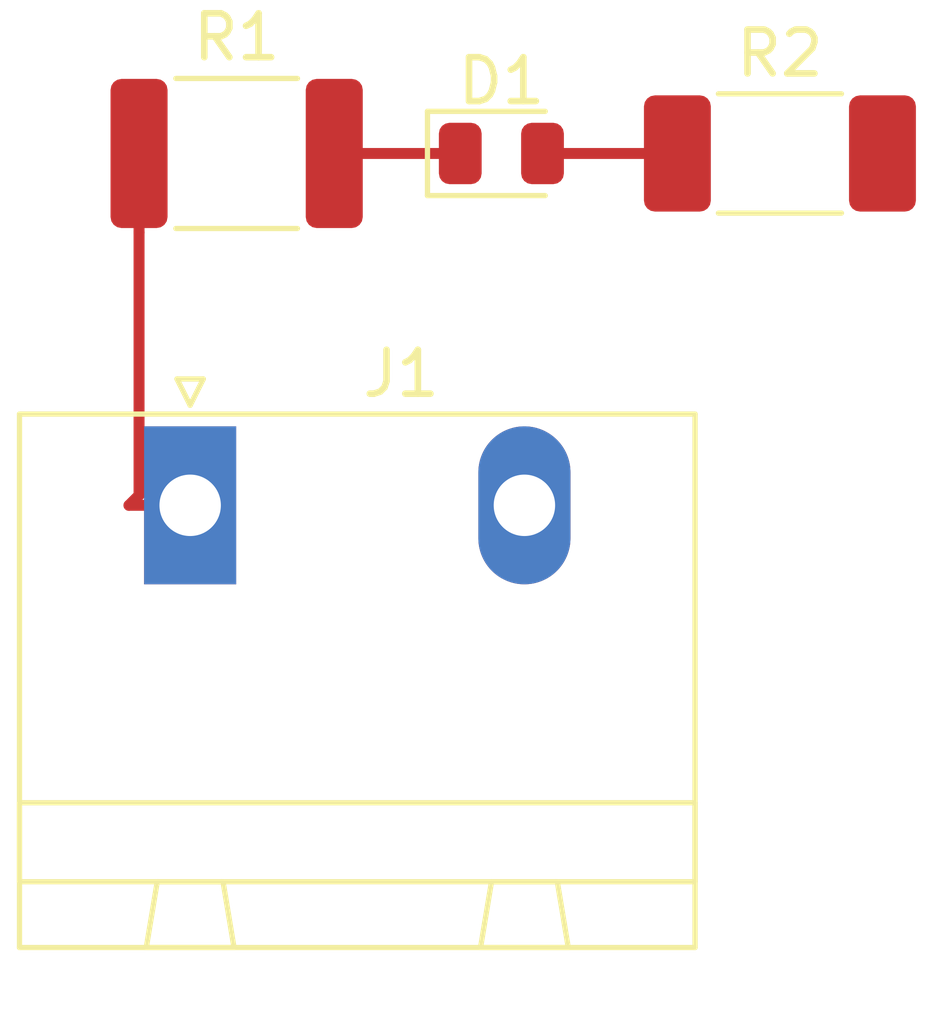
<source format=kicad_pcb>
(kicad_pcb (version 20171130) (host pcbnew "(5.0.0)")

  (general
    (thickness 1.6)
    (drawings 0)
    (tracks 6)
    (zones 0)
    (modules 4)
    (nets 5)
  )

  (page A4)
  (layers
    (0 F.Cu signal)
    (31 B.Cu signal)
    (32 B.Adhes user)
    (33 F.Adhes user)
    (34 B.Paste user)
    (35 F.Paste user)
    (36 B.SilkS user)
    (37 F.SilkS user)
    (38 B.Mask user)
    (39 F.Mask user)
    (40 Dwgs.User user)
    (41 Cmts.User user)
    (42 Eco1.User user)
    (43 Eco2.User user)
    (44 Edge.Cuts user)
    (45 Margin user)
    (46 B.CrtYd user)
    (47 F.CrtYd user)
    (48 B.Fab user)
    (49 F.Fab user)
  )

  (setup
    (last_trace_width 0.25)
    (trace_clearance 0.2)
    (zone_clearance 0.508)
    (zone_45_only no)
    (trace_min 0.2)
    (segment_width 0.2)
    (edge_width 0.15)
    (via_size 0.8)
    (via_drill 0.4)
    (via_min_size 0.4)
    (via_min_drill 0.3)
    (uvia_size 0.3)
    (uvia_drill 0.1)
    (uvias_allowed no)
    (uvia_min_size 0.2)
    (uvia_min_drill 0.1)
    (pcb_text_width 0.3)
    (pcb_text_size 1.5 1.5)
    (mod_edge_width 0.15)
    (mod_text_size 1 1)
    (mod_text_width 0.15)
    (pad_size 1.524 1.524)
    (pad_drill 0.762)
    (pad_to_mask_clearance 0.2)
    (aux_axis_origin 0 0)
    (visible_elements 7FFFFFFF)
    (pcbplotparams
      (layerselection 0x010fc_ffffffff)
      (usegerberextensions false)
      (usegerberattributes false)
      (usegerberadvancedattributes false)
      (creategerberjobfile false)
      (excludeedgelayer true)
      (linewidth 0.100000)
      (plotframeref false)
      (viasonmask false)
      (mode 1)
      (useauxorigin false)
      (hpglpennumber 1)
      (hpglpenspeed 20)
      (hpglpendiameter 15.000000)
      (psnegative false)
      (psa4output false)
      (plotreference true)
      (plotvalue true)
      (plotinvisibletext false)
      (padsonsilk false)
      (subtractmaskfromsilk false)
      (outputformat 1)
      (mirror false)
      (drillshape 1)
      (scaleselection 1)
      (outputdirectory ""))
  )

  (net 0 "")
  (net 1 "Net-(D1-Pad1)")
  (net 2 "Net-(D1-Pad2)")
  (net 3 "Net-(J1-Pad1)")
  (net 4 "Net-(D1-Pad3)")

  (net_class Default "This is the default net class."
    (clearance 0.2)
    (trace_width 0.25)
    (via_dia 0.8)
    (via_drill 0.4)
    (uvia_dia 0.3)
    (uvia_drill 0.1)
    (add_net "Net-(D1-Pad1)")
    (add_net "Net-(D1-Pad2)")
    (add_net "Net-(D1-Pad3)")
    (add_net "Net-(J1-Pad1)")
  )

  (module LED_SMD:LED_0805_2012Metric (layer F.Cu) (tedit 5B36C52C) (tstamp 5BB117DF)
    (at 153.67 66.04)
    (descr "LED SMD 0805 (2012 Metric), square (rectangular) end terminal, IPC_7351 nominal, (Body size source: https://docs.google.com/spreadsheets/d/1BsfQQcO9C6DZCsRaXUlFlo91Tg2WpOkGARC1WS5S8t0/edit?usp=sharing), generated with kicad-footprint-generator")
    (tags diode)
    (path /5B98E834)
    (attr smd)
    (fp_text reference D1 (at 0 -1.65) (layer F.SilkS)
      (effects (font (size 1 1) (thickness 0.15)))
    )
    (fp_text value LED_Dual_ACA (at 0 1.65) (layer F.Fab)
      (effects (font (size 1 1) (thickness 0.15)))
    )
    (fp_line (start 1 -0.6) (end -0.7 -0.6) (layer F.Fab) (width 0.1))
    (fp_line (start -0.7 -0.6) (end -1 -0.3) (layer F.Fab) (width 0.1))
    (fp_line (start -1 -0.3) (end -1 0.6) (layer F.Fab) (width 0.1))
    (fp_line (start -1 0.6) (end 1 0.6) (layer F.Fab) (width 0.1))
    (fp_line (start 1 0.6) (end 1 -0.6) (layer F.Fab) (width 0.1))
    (fp_line (start 1 -0.96) (end -1.685 -0.96) (layer F.SilkS) (width 0.12))
    (fp_line (start -1.685 -0.96) (end -1.685 0.96) (layer F.SilkS) (width 0.12))
    (fp_line (start -1.685 0.96) (end 1 0.96) (layer F.SilkS) (width 0.12))
    (fp_line (start -1.68 0.95) (end -1.68 -0.95) (layer F.CrtYd) (width 0.05))
    (fp_line (start -1.68 -0.95) (end 1.68 -0.95) (layer F.CrtYd) (width 0.05))
    (fp_line (start 1.68 -0.95) (end 1.68 0.95) (layer F.CrtYd) (width 0.05))
    (fp_line (start 1.68 0.95) (end -1.68 0.95) (layer F.CrtYd) (width 0.05))
    (fp_text user %R (at 0 0) (layer F.Fab)
      (effects (font (size 0.5 0.5) (thickness 0.08)))
    )
    (pad 1 smd roundrect (at -0.9375 0) (size 0.975 1.4) (layers F.Cu F.Paste F.Mask) (roundrect_rratio 0.25)
      (net 1 "Net-(D1-Pad1)"))
    (pad 2 smd roundrect (at 0.9375 0) (size 0.975 1.4) (layers F.Cu F.Paste F.Mask) (roundrect_rratio 0.25)
      (net 2 "Net-(D1-Pad2)"))
    (model ${KISYS3DMOD}/LED_SMD.3dshapes/LED_0805_2012Metric.wrl
      (at (xyz 0 0 0))
      (scale (xyz 1 1 1))
      (rotate (xyz 0 0 0))
    )
  )

  (module Connector_Phoenix_GMSTB:PhoenixContact_GMSTBA_2,5_2-G-7,62_1x02_P7.62mm_Horizontal (layer F.Cu) (tedit 5A00FA1F) (tstamp 5BB11803)
    (at 146.575001 74.060001)
    (descr "Generic Phoenix Contact connector footprint for: GMSTBA_2,5/2-G-7,62; number of pins: 02; pin pitch: 7.62mm; Angled || order number: 1766233 12A 630V")
    (tags "phoenix_contact connector GMSTBA_01x02_G_7.62mm")
    (path /5B98EBEF)
    (fp_text reference J1 (at 4.81 -3) (layer F.SilkS)
      (effects (font (size 1 1) (thickness 0.15)))
    )
    (fp_text value Conn_01x04_Female (at 3.81 11) (layer F.Fab)
      (effects (font (size 1 1) (thickness 0.15)))
    )
    (fp_line (start -3.89 -2.08) (end -3.89 10.08) (layer F.SilkS) (width 0.12))
    (fp_line (start -3.89 10.08) (end 11.51 10.08) (layer F.SilkS) (width 0.12))
    (fp_line (start 11.51 10.08) (end 11.51 -2.08) (layer F.SilkS) (width 0.12))
    (fp_line (start 11.51 -2.08) (end -3.89 -2.08) (layer F.SilkS) (width 0.12))
    (fp_line (start -3.81 -2) (end -3.81 10) (layer F.Fab) (width 0.1))
    (fp_line (start -3.81 10) (end 11.43 10) (layer F.Fab) (width 0.1))
    (fp_line (start 11.43 10) (end 11.43 -2) (layer F.Fab) (width 0.1))
    (fp_line (start 11.43 -2) (end -3.81 -2) (layer F.Fab) (width 0.1))
    (fp_line (start -3.89 8.58) (end -3.89 6.78) (layer F.SilkS) (width 0.12))
    (fp_line (start -3.89 6.78) (end 11.51 6.78) (layer F.SilkS) (width 0.12))
    (fp_line (start 11.51 6.78) (end 11.51 8.58) (layer F.SilkS) (width 0.12))
    (fp_line (start 11.51 8.58) (end -3.89 8.58) (layer F.SilkS) (width 0.12))
    (fp_line (start -1 10.08) (end 1 10.08) (layer F.SilkS) (width 0.12))
    (fp_line (start 1 10.08) (end 0.75 8.58) (layer F.SilkS) (width 0.12))
    (fp_line (start 0.75 8.58) (end -0.75 8.58) (layer F.SilkS) (width 0.12))
    (fp_line (start -0.75 8.58) (end -1 10.08) (layer F.SilkS) (width 0.12))
    (fp_line (start 6.62 10.08) (end 8.62 10.08) (layer F.SilkS) (width 0.12))
    (fp_line (start 8.62 10.08) (end 8.37 8.58) (layer F.SilkS) (width 0.12))
    (fp_line (start 8.37 8.58) (end 6.87 8.58) (layer F.SilkS) (width 0.12))
    (fp_line (start 6.87 8.58) (end 6.62 10.08) (layer F.SilkS) (width 0.12))
    (fp_line (start -4.31 -2.5) (end -4.31 10.5) (layer F.CrtYd) (width 0.05))
    (fp_line (start -4.31 10.5) (end 11.93 10.5) (layer F.CrtYd) (width 0.05))
    (fp_line (start 11.93 10.5) (end 11.93 -2.5) (layer F.CrtYd) (width 0.05))
    (fp_line (start 11.93 -2.5) (end -4.31 -2.5) (layer F.CrtYd) (width 0.05))
    (fp_line (start 0.3 -2.88) (end 0 -2.28) (layer F.SilkS) (width 0.12))
    (fp_line (start 0 -2.28) (end -0.3 -2.88) (layer F.SilkS) (width 0.12))
    (fp_line (start -0.3 -2.88) (end 0.3 -2.88) (layer F.SilkS) (width 0.12))
    (fp_line (start 0.95 -2) (end 0 -0.5) (layer F.Fab) (width 0.1))
    (fp_line (start 0 -0.5) (end -0.95 -2) (layer F.Fab) (width 0.1))
    (fp_text user %R (at 4.81 3) (layer F.Fab)
      (effects (font (size 1 1) (thickness 0.15)))
    )
    (pad 1 thru_hole rect (at 0 0) (size 2.1 3.6) (drill 1.4) (layers *.Cu *.Mask)
      (net 3 "Net-(J1-Pad1)"))
    (pad 2 thru_hole oval (at 7.62 0) (size 2.1 3.6) (drill 1.4) (layers *.Cu *.Mask)
      (net 2 "Net-(D1-Pad2)"))
    (model ${KISYS3DMOD}/Connector_Phoenix_GMSTB.3dshapes/PhoenixContact_GMSTBA_2,5_2-G-7,62_1x02_P7.62mm_Horizontal.wrl
      (at (xyz 0 0 0))
      (scale (xyz 1 1 1))
      (rotate (xyz 0 0 0))
    )
  )

  (module Resistor_SMD:R_1812_4532Metric_Pad1.30x3.40mm_HandSolder (layer F.Cu) (tedit 5B301BBD) (tstamp 5BB11814)
    (at 147.635 66.04)
    (descr "Resistor SMD 1812 (4532 Metric), square (rectangular) end terminal, IPC_7351 nominal with elongated pad for handsoldering. (Body size source: https://www.nikhef.nl/pub/departments/mt/projects/detectorR_D/dtddice/ERJ2G.pdf), generated with kicad-footprint-generator")
    (tags "resistor handsolder")
    (path /5B98E722)
    (attr smd)
    (fp_text reference R1 (at 0 -2.65) (layer F.SilkS)
      (effects (font (size 1 1) (thickness 0.15)))
    )
    (fp_text value R_US (at 0 2.65) (layer F.Fab)
      (effects (font (size 1 1) (thickness 0.15)))
    )
    (fp_line (start -2.25 1.6) (end -2.25 -1.6) (layer F.Fab) (width 0.1))
    (fp_line (start -2.25 -1.6) (end 2.25 -1.6) (layer F.Fab) (width 0.1))
    (fp_line (start 2.25 -1.6) (end 2.25 1.6) (layer F.Fab) (width 0.1))
    (fp_line (start 2.25 1.6) (end -2.25 1.6) (layer F.Fab) (width 0.1))
    (fp_line (start -1.386252 -1.71) (end 1.386252 -1.71) (layer F.SilkS) (width 0.12))
    (fp_line (start -1.386252 1.71) (end 1.386252 1.71) (layer F.SilkS) (width 0.12))
    (fp_line (start -3.12 1.95) (end -3.12 -1.95) (layer F.CrtYd) (width 0.05))
    (fp_line (start -3.12 -1.95) (end 3.12 -1.95) (layer F.CrtYd) (width 0.05))
    (fp_line (start 3.12 -1.95) (end 3.12 1.95) (layer F.CrtYd) (width 0.05))
    (fp_line (start 3.12 1.95) (end -3.12 1.95) (layer F.CrtYd) (width 0.05))
    (fp_text user %R (at 0 0) (layer F.Fab)
      (effects (font (size 1 1) (thickness 0.15)))
    )
    (pad 1 smd roundrect (at -2.225 0) (size 1.3 3.4) (layers F.Cu F.Paste F.Mask) (roundrect_rratio 0.192308)
      (net 3 "Net-(J1-Pad1)"))
    (pad 2 smd roundrect (at 2.225 0) (size 1.3 3.4) (layers F.Cu F.Paste F.Mask) (roundrect_rratio 0.192308)
      (net 1 "Net-(D1-Pad1)"))
    (model ${KISYS3DMOD}/Resistor_SMD.3dshapes/R_1812_4532Metric.wrl
      (at (xyz 0 0 0))
      (scale (xyz 1 1 1))
      (rotate (xyz 0 0 0))
    )
  )

  (module Resistor_SMD:R_2010_5025Metric_Pad1.52x2.65mm_HandSolder (layer F.Cu) (tedit 5B301BBD) (tstamp 5BB11825)
    (at 160.02 66.04)
    (descr "Resistor SMD 2010 (5025 Metric), square (rectangular) end terminal, IPC_7351 nominal with elongated pad for handsoldering. (Body size source: http://www.tortai-tech.com/upload/download/2011102023233369053.pdf), generated with kicad-footprint-generator")
    (tags "resistor handsolder")
    (path /5B98E782)
    (attr smd)
    (fp_text reference R2 (at 0 -2.28) (layer F.SilkS)
      (effects (font (size 1 1) (thickness 0.15)))
    )
    (fp_text value R_US (at 0 2.28) (layer F.Fab)
      (effects (font (size 1 1) (thickness 0.15)))
    )
    (fp_line (start -2.5 1.25) (end -2.5 -1.25) (layer F.Fab) (width 0.1))
    (fp_line (start -2.5 -1.25) (end 2.5 -1.25) (layer F.Fab) (width 0.1))
    (fp_line (start 2.5 -1.25) (end 2.5 1.25) (layer F.Fab) (width 0.1))
    (fp_line (start 2.5 1.25) (end -2.5 1.25) (layer F.Fab) (width 0.1))
    (fp_line (start -1.402064 -1.36) (end 1.402064 -1.36) (layer F.SilkS) (width 0.12))
    (fp_line (start -1.402064 1.36) (end 1.402064 1.36) (layer F.SilkS) (width 0.12))
    (fp_line (start -3.35 1.58) (end -3.35 -1.58) (layer F.CrtYd) (width 0.05))
    (fp_line (start -3.35 -1.58) (end 3.35 -1.58) (layer F.CrtYd) (width 0.05))
    (fp_line (start 3.35 -1.58) (end 3.35 1.58) (layer F.CrtYd) (width 0.05))
    (fp_line (start 3.35 1.58) (end -3.35 1.58) (layer F.CrtYd) (width 0.05))
    (fp_text user %R (at 0 0) (layer F.Fab)
      (effects (font (size 1 1) (thickness 0.15)))
    )
    (pad 1 smd roundrect (at -2.3375 0) (size 1.525 2.65) (layers F.Cu F.Paste F.Mask) (roundrect_rratio 0.163934)
      (net 2 "Net-(D1-Pad2)"))
    (pad 2 smd roundrect (at 2.3375 0) (size 1.525 2.65) (layers F.Cu F.Paste F.Mask) (roundrect_rratio 0.163934)
      (net 4 "Net-(D1-Pad3)"))
    (model ${KISYS3DMOD}/Resistor_SMD.3dshapes/R_2010_5025Metric.wrl
      (at (xyz 0 0 0))
      (scale (xyz 1 1 1))
      (rotate (xyz 0 0 0))
    )
  )

  (segment (start 149.86 66.04) (end 152.4 66.04) (width 0.25) (layer F.Cu) (net 1))
  (segment (start 154.6075 66.04) (end 157.6825 66.04) (width 0.25) (layer F.Cu) (net 2))
  (segment (start 146.575001 74.060001) (end 145.180001 74.060001) (width 0.25) (layer F.Cu) (net 3))
  (segment (start 145.41 67.84) (end 145.41 66.04) (width 0.25) (layer F.Cu) (net 3))
  (segment (start 145.41 73.830002) (end 145.41 67.84) (width 0.25) (layer F.Cu) (net 3))
  (segment (start 145.180001 74.060001) (end 145.41 73.830002) (width 0.25) (layer F.Cu) (net 3))

)

</source>
